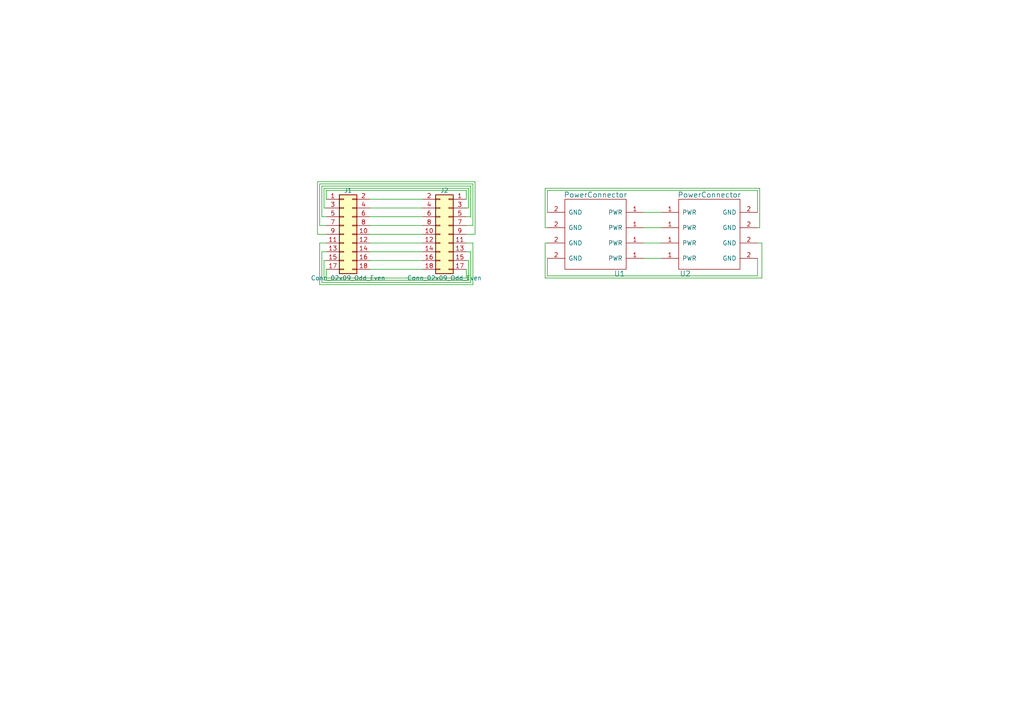
<source format=kicad_sch>
(kicad_sch (version 20230121) (generator eeschema)
  (paper "A4")
  (lib_symbols
    (symbol "Arm-Box-Side-Connector-Board-rescue:Conn_02x09_Odd_Even" (pin_names (offset 1.016) hide)
      (property "Reference" "J" (at 1.27 12.7 0))
      (property "Value" "Conn_02x09_Odd_Even" (at 1.27 -12.7 0))
      (symbol "Conn_02x09_Odd_Even_1_1"
        (rectangle (start -1.27 -10.033) (end 0 -10.287) (stroke (width 0.1524)))
        (rectangle (start -1.27 -7.493) (end 0 -7.747) (stroke (width 0.1524)))
        (rectangle (start -1.27 -4.953) (end 0 -5.207) (stroke (width 0.1524)))
        (rectangle (start -1.27 -2.413) (end 0 -2.667) (stroke (width 0.1524)))
        (rectangle (start -1.27 0.127) (end 0 -0.127) (stroke (width 0.1524)))
        (rectangle (start -1.27 2.667) (end 0 2.413) (stroke (width 0.1524)))
        (rectangle (start -1.27 5.207) (end 0 4.953) (stroke (width 0.1524)))
        (rectangle (start -1.27 7.747) (end 0 7.493) (stroke (width 0.1524)))
        (rectangle (start -1.27 10.287) (end 0 10.033) (stroke (width 0.1524)))
        (rectangle (start -1.27 11.43) (end 3.81 -11.43) (stroke (width 0.254)) (fill (type background)))
        (rectangle (start 3.81 -10.033) (end 2.54 -10.287) (stroke (width 0.1524)))
        (rectangle (start 3.81 -7.493) (end 2.54 -7.747) (stroke (width 0.1524)))
        (rectangle (start 3.81 -4.953) (end 2.54 -5.207) (stroke (width 0.1524)))
        (rectangle (start 3.81 -2.413) (end 2.54 -2.667) (stroke (width 0.1524)))
        (rectangle (start 3.81 0.127) (end 2.54 -0.127) (stroke (width 0.1524)))
        (rectangle (start 3.81 2.667) (end 2.54 2.413) (stroke (width 0.1524)))
        (rectangle (start 3.81 5.207) (end 2.54 4.953) (stroke (width 0.1524)))
        (rectangle (start 3.81 7.747) (end 2.54 7.493) (stroke (width 0.1524)))
        (rectangle (start 3.81 10.287) (end 2.54 10.033) (stroke (width 0.1524)))
        (pin passive line (at -5.08 10.16 0) (length 3.81) (name "Pin_1") (number "1"))
        (pin passive line (at 7.62 0 180) (length 3.81) (name "Pin_10") (number "10"))
        (pin passive line (at -5.08 -2.54 0) (length 3.81) (name "Pin_11") (number "11"))
        (pin passive line (at 7.62 -2.54 180) (length 3.81) (name "Pin_12") (number "12"))
        (pin passive line (at -5.08 -5.08 0) (length 3.81) (name "Pin_13") (number "13"))
        (pin passive line (at 7.62 -5.08 180) (length 3.81) (name "Pin_14") (number "14"))
        (pin passive line (at -5.08 -7.62 0) (length 3.81) (name "Pin_15") (number "15"))
        (pin passive line (at 7.62 -7.62 180) (length 3.81) (name "Pin_16") (number "16"))
        (pin passive line (at -5.08 -10.16 0) (length 3.81) (name "Pin_17") (number "17"))
        (pin passive line (at 7.62 -10.16 180) (length 3.81) (name "Pin_18") (number "18"))
        (pin passive line (at 7.62 10.16 180) (length 3.81) (name "Pin_2") (number "2"))
        (pin passive line (at -5.08 7.62 0) (length 3.81) (name "Pin_3") (number "3"))
        (pin passive line (at 7.62 7.62 180) (length 3.81) (name "Pin_4") (number "4"))
        (pin passive line (at -5.08 5.08 0) (length 3.81) (name "Pin_5") (number "5"))
        (pin passive line (at 7.62 5.08 180) (length 3.81) (name "Pin_6") (number "6"))
        (pin passive line (at -5.08 2.54 0) (length 3.81) (name "Pin_7") (number "7"))
        (pin passive line (at 7.62 2.54 180) (length 3.81) (name "Pin_8") (number "8"))
        (pin passive line (at -5.08 0 0) (length 3.81) (name "Pin_9") (number "9"))
      )
    )
    (symbol "Arm-Box-Side-Connector-Board-rescue:PowerConnector" (pin_names (offset 1.016))
      (property "Reference" "U" (at 6.985 -8.89 0))
      (property "Value" "PowerConnector" (at 0 13.97 0))
      (symbol "PowerConnector_0_1"
        (rectangle (start -8.89 12.7) (end 8.89 -7.62))
      )
      (symbol "PowerConnector_1_1"
        (pin input line (at 13.97 -4.445 180) (length 5.08) (name "PWR") (number "1"))
        (pin input line (at 13.97 0 180) (length 5.08) (name "PWR") (number "1"))
        (pin input line (at 13.97 4.445 180) (length 5.08) (name "PWR") (number "1"))
        (pin input line (at 13.97 8.89 180) (length 5.08) (name "PWR") (number "1"))
        (pin input line (at -13.97 -4.445 0) (length 5.08) (name "GND") (number "2"))
        (pin input line (at -13.97 0 0) (length 5.08) (name "GND") (number "2"))
        (pin input line (at -13.97 4.445 0) (length 5.08) (name "GND") (number "2"))
        (pin input line (at -13.97 8.89 0) (length 5.08) (name "GND") (number "2"))
      )
    )
  )
  (wire (pts (xy 94.615 75.565) (xy 93.98 75.565)))
  (wire (pts (xy 135.89 60.325) (xy 135.89 54.61)))
  (wire (pts (xy 158.115 80.645) (xy 158.115 70.485)))
  (wire (pts (xy 93.345 53.975) (xy 136.525 53.975)))
  (wire (pts (xy 94.615 70.485) (xy 92.71 70.485)))
  (wire (pts (xy 92.71 53.34) (xy 92.71 65.405)))
  (wire (pts (xy 92.075 67.945) (xy 94.615 67.945)))
  (wire (pts (xy 158.75 55.245) (xy 158.75 61.595)))
  (wire (pts (xy 107.315 67.945) (xy 122.555 67.945)))
  (wire (pts (xy 92.71 70.485) (xy 92.71 82.55)))
  (wire (pts (xy 137.16 70.485) (xy 135.255 70.485)))
  (wire (pts (xy 107.315 70.485) (xy 122.555 70.485)))
  (wire (pts (xy 92.71 82.55) (xy 137.16 82.55)))
  (wire (pts (xy 186.69 70.485) (xy 191.77 70.485)))
  (wire (pts (xy 93.345 81.915) (xy 136.525 81.915)))
  (wire (pts (xy 135.255 65.405) (xy 137.16 65.405)))
  (wire (pts (xy 93.98 75.565) (xy 93.98 81.28)))
  (wire (pts (xy 93.98 54.61) (xy 93.98 60.325)))
  (wire (pts (xy 107.315 78.105) (xy 122.555 78.105)))
  (wire (pts (xy 220.345 66.04) (xy 219.71 66.04)))
  (wire (pts (xy 186.69 74.93) (xy 191.77 74.93)))
  (wire (pts (xy 93.345 73.025) (xy 93.345 81.915)))
  (wire (pts (xy 219.71 61.595) (xy 219.71 55.245)))
  (wire (pts (xy 94.615 55.245) (xy 135.255 55.245)))
  (wire (pts (xy 107.315 65.405) (xy 122.555 65.405)))
  (wire (pts (xy 137.16 53.34) (xy 92.71 53.34)))
  (wire (pts (xy 137.16 65.405) (xy 137.16 53.34)))
  (wire (pts (xy 137.795 52.705) (xy 92.075 52.705)))
  (wire (pts (xy 107.315 73.025) (xy 122.555 73.025)))
  (wire (pts (xy 158.115 66.04) (xy 158.115 54.61)))
  (wire (pts (xy 135.255 67.945) (xy 137.795 67.945)))
  (wire (pts (xy 158.75 66.04) (xy 158.115 66.04)))
  (wire (pts (xy 135.89 54.61) (xy 93.98 54.61)))
  (wire (pts (xy 158.115 70.485) (xy 158.75 70.485)))
  (wire (pts (xy 219.71 70.485) (xy 220.98 70.485)))
  (wire (pts (xy 158.75 74.93) (xy 158.75 80.01)))
  (wire (pts (xy 186.69 61.595) (xy 191.77 61.595)))
  (wire (pts (xy 107.315 57.785) (xy 122.555 57.785)))
  (wire (pts (xy 186.69 66.04) (xy 191.77 66.04)))
  (wire (pts (xy 93.345 62.865) (xy 93.345 53.975)))
  (wire (pts (xy 220.98 70.485) (xy 220.98 80.645)))
  (wire (pts (xy 107.315 62.865) (xy 122.555 62.865)))
  (wire (pts (xy 135.89 81.28) (xy 135.89 75.565)))
  (wire (pts (xy 220.345 54.61) (xy 220.345 66.04)))
  (wire (pts (xy 135.255 80.645) (xy 94.615 80.645)))
  (wire (pts (xy 137.16 82.55) (xy 137.16 70.485)))
  (wire (pts (xy 219.71 55.245) (xy 158.75 55.245)))
  (wire (pts (xy 136.525 53.975) (xy 136.525 62.865)))
  (wire (pts (xy 136.525 73.025) (xy 135.255 73.025)))
  (wire (pts (xy 135.89 75.565) (xy 135.255 75.565)))
  (wire (pts (xy 94.615 80.645) (xy 94.615 78.105)))
  (wire (pts (xy 137.795 67.945) (xy 137.795 52.705)))
  (wire (pts (xy 136.525 62.865) (xy 135.255 62.865)))
  (wire (pts (xy 135.255 55.245) (xy 135.255 57.785)))
  (wire (pts (xy 107.315 60.325) (xy 122.555 60.325)))
  (wire (pts (xy 92.075 52.705) (xy 92.075 67.945)))
  (wire (pts (xy 107.315 75.565) (xy 122.555 75.565)))
  (wire (pts (xy 158.115 54.61) (xy 220.345 54.61)))
  (wire (pts (xy 219.71 80.01) (xy 219.71 74.93)))
  (wire (pts (xy 135.255 78.105) (xy 135.255 80.645)))
  (wire (pts (xy 94.615 57.785) (xy 94.615 55.245)))
  (wire (pts (xy 135.255 60.325) (xy 135.89 60.325)))
  (wire (pts (xy 136.525 81.915) (xy 136.525 73.025)))
  (wire (pts (xy 93.98 81.28) (xy 135.89 81.28)))
  (wire (pts (xy 220.98 80.645) (xy 158.115 80.645)))
  (wire (pts (xy 94.615 73.025) (xy 93.345 73.025)))
  (wire (pts (xy 93.98 60.325) (xy 94.615 60.325)))
  (wire (pts (xy 158.75 80.01) (xy 219.71 80.01)))
  (wire (pts (xy 92.71 65.405) (xy 94.615 65.405)))
  (wire (pts (xy 94.615 62.865) (xy 93.345 62.865)))
  (symbol (lib_id "Arm-Box-Side-Connector-Board-rescue:Conn_02x09_Odd_Even") (at 99.695 67.945 0) (unit 1)
    (property "Reference" "J1" (at 100.965 55.245 0))
    (property "Value" "Conn_02x09_Odd_Even" (at 100.965 80.645 0))
    (property "Footprint" "USST-footprints:USB-A_3.0_Stacked_WM10420-ND" (effects hide))
  )
  (symbol (lib_id "Arm-Box-Side-Connector-Board-rescue:Conn_02x09_Odd_Even") (at 130.175 67.945 0) (mirror y) (unit 1)
    (property "Reference" "J2" (at 128.905 55.245 0))
    (property "Value" "Conn_02x09_Odd_Even" (at 128.905 80.645 0))
    (property "Footprint" "USST-footprints:USB-A_3.0_Stacked_WM10420-ND" (effects hide))
  )
  (symbol (lib_id "Arm-Box-Side-Connector-Board-rescue:PowerConnector") (at 172.72 70.485 0) (unit 1)
    (property "Reference" "U1" (at 179.705 79.375 0) (effects (font (size 1.524 1.524))))
    (property "Value" "PowerConnector" (at 172.72 56.515 0) (effects (font (size 1.524 1.524))))
    (property "Footprint" "USST-footprints:MolexEuroStyleTerminalBlock2Position" (effects hide))
  )
  (symbol (lib_id "Arm-Box-Side-Connector-Board-rescue:PowerConnector") (at 205.74 70.485 0) (mirror y) (unit 1)
    (property "Reference" "U2" (at 198.755 79.375 0) (effects (font (size 1.524 1.524))))
    (property "Value" "PowerConnector" (at 205.74 56.515 0) (effects (font (size 1.524 1.524))))
    (property "Footprint" "USST-footprints:Phoenix_Contact_1770539" (effects hide))
  )
)
</source>
